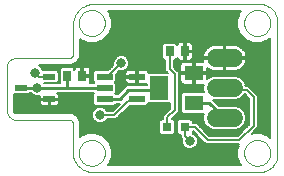
<source format=gtl>
G75*
%MOIN*%
%OFA0B0*%
%FSLAX24Y24*%
%IPPOS*%
%LPD*%
%AMOC8*
5,1,8,0,0,1.08239X$1,22.5*
%
%ADD10C,0.0000*%
%ADD11R,0.0520X0.0220*%
%ADD12R,0.0630X0.0512*%
%ADD13R,0.0630X0.0787*%
%ADD14R,0.0276X0.0354*%
%ADD15R,0.0315X0.0315*%
%ADD16C,0.0600*%
%ADD17R,0.0394X0.0197*%
%ADD18C,0.0060*%
%ADD19C,0.0100*%
%ADD20C,0.0317*%
%ADD21C,0.0060*%
D10*
X004197Y001722D02*
X009867Y001722D01*
X009866Y001721D02*
X009911Y001727D01*
X009955Y001737D01*
X009998Y001751D01*
X010040Y001767D01*
X010080Y001787D01*
X010119Y001810D01*
X010156Y001836D01*
X010190Y001865D01*
X010223Y001896D01*
X010252Y001930D01*
X010280Y001966D01*
X010304Y002004D01*
X010325Y002044D01*
X010343Y002085D01*
X010357Y002128D01*
X010368Y002172D01*
X010376Y002216D01*
X010380Y002261D01*
X010381Y002306D01*
X010378Y002351D01*
X010378Y002352D02*
X010378Y006682D01*
X010379Y006683D02*
X010380Y006729D01*
X010378Y006776D01*
X010372Y006822D01*
X010362Y006867D01*
X010349Y006912D01*
X010332Y006955D01*
X010312Y006997D01*
X010289Y007037D01*
X010263Y007076D01*
X010234Y007112D01*
X010202Y007146D01*
X010167Y007177D01*
X010130Y007205D01*
X010091Y007230D01*
X010050Y007253D01*
X010008Y007272D01*
X009964Y007287D01*
X009919Y007299D01*
X009874Y007308D01*
X009827Y007313D01*
X009827Y007312D02*
X004276Y007312D01*
X003764Y006682D02*
X003766Y006723D01*
X003772Y006764D01*
X003782Y006804D01*
X003795Y006843D01*
X003812Y006880D01*
X003833Y006916D01*
X003857Y006950D01*
X003884Y006981D01*
X003913Y007009D01*
X003946Y007035D01*
X003980Y007057D01*
X004017Y007076D01*
X004055Y007091D01*
X004095Y007103D01*
X004135Y007111D01*
X004176Y007115D01*
X004218Y007115D01*
X004259Y007111D01*
X004299Y007103D01*
X004339Y007091D01*
X004377Y007076D01*
X004413Y007057D01*
X004448Y007035D01*
X004481Y007009D01*
X004510Y006981D01*
X004537Y006950D01*
X004561Y006916D01*
X004582Y006880D01*
X004599Y006843D01*
X004612Y006804D01*
X004622Y006764D01*
X004628Y006723D01*
X004630Y006682D01*
X004628Y006641D01*
X004622Y006600D01*
X004612Y006560D01*
X004599Y006521D01*
X004582Y006484D01*
X004561Y006448D01*
X004537Y006414D01*
X004510Y006383D01*
X004481Y006355D01*
X004448Y006329D01*
X004414Y006307D01*
X004377Y006288D01*
X004339Y006273D01*
X004299Y006261D01*
X004259Y006253D01*
X004218Y006249D01*
X004176Y006249D01*
X004135Y006253D01*
X004095Y006261D01*
X004055Y006273D01*
X004017Y006288D01*
X003981Y006307D01*
X003946Y006329D01*
X003913Y006355D01*
X003884Y006383D01*
X003857Y006414D01*
X003833Y006448D01*
X003812Y006484D01*
X003795Y006521D01*
X003782Y006560D01*
X003772Y006600D01*
X003766Y006641D01*
X003764Y006682D01*
X003567Y006643D02*
X003567Y005659D01*
X003565Y005637D01*
X003561Y005615D01*
X003553Y005594D01*
X003542Y005574D01*
X003529Y005556D01*
X003513Y005540D01*
X003495Y005527D01*
X003475Y005516D01*
X003454Y005508D01*
X003432Y005504D01*
X003410Y005502D01*
X003410Y005501D02*
X001638Y005501D01*
X001638Y005502D02*
X001607Y005500D01*
X001577Y005495D01*
X001547Y005487D01*
X001518Y005475D01*
X001491Y005460D01*
X001466Y005442D01*
X001443Y005421D01*
X001422Y005398D01*
X001404Y005373D01*
X001389Y005346D01*
X001377Y005317D01*
X001369Y005287D01*
X001364Y005257D01*
X001362Y005226D01*
X001363Y005226D02*
X001363Y003769D01*
X001365Y003736D01*
X001370Y003704D01*
X001378Y003672D01*
X001390Y003641D01*
X001405Y003612D01*
X001423Y003584D01*
X001444Y003558D01*
X001467Y003535D01*
X001493Y003514D01*
X001521Y003496D01*
X001550Y003481D01*
X001581Y003469D01*
X001613Y003461D01*
X001645Y003456D01*
X001678Y003454D01*
X003449Y003454D01*
X003469Y003452D01*
X003489Y003447D01*
X003508Y003438D01*
X003525Y003426D01*
X003539Y003412D01*
X003551Y003395D01*
X003560Y003376D01*
X003565Y003356D01*
X003567Y003336D01*
X003567Y002352D01*
X003569Y002303D01*
X003575Y002253D01*
X003584Y002205D01*
X003598Y002157D01*
X003615Y002111D01*
X003636Y002066D01*
X003660Y002023D01*
X003687Y001982D01*
X003718Y001943D01*
X003752Y001907D01*
X003788Y001873D01*
X003827Y001842D01*
X003868Y001815D01*
X003911Y001791D01*
X003956Y001770D01*
X004002Y001753D01*
X004050Y001739D01*
X004098Y001730D01*
X004148Y001724D01*
X004197Y001722D01*
X003764Y002352D02*
X003766Y002393D01*
X003772Y002434D01*
X003782Y002474D01*
X003795Y002513D01*
X003812Y002550D01*
X003833Y002586D01*
X003857Y002620D01*
X003884Y002651D01*
X003913Y002679D01*
X003946Y002705D01*
X003980Y002727D01*
X004017Y002746D01*
X004055Y002761D01*
X004095Y002773D01*
X004135Y002781D01*
X004176Y002785D01*
X004218Y002785D01*
X004259Y002781D01*
X004299Y002773D01*
X004339Y002761D01*
X004377Y002746D01*
X004413Y002727D01*
X004448Y002705D01*
X004481Y002679D01*
X004510Y002651D01*
X004537Y002620D01*
X004561Y002586D01*
X004582Y002550D01*
X004599Y002513D01*
X004612Y002474D01*
X004622Y002434D01*
X004628Y002393D01*
X004630Y002352D01*
X004628Y002311D01*
X004622Y002270D01*
X004612Y002230D01*
X004599Y002191D01*
X004582Y002154D01*
X004561Y002118D01*
X004537Y002084D01*
X004510Y002053D01*
X004481Y002025D01*
X004448Y001999D01*
X004414Y001977D01*
X004377Y001958D01*
X004339Y001943D01*
X004299Y001931D01*
X004259Y001923D01*
X004218Y001919D01*
X004176Y001919D01*
X004135Y001923D01*
X004095Y001931D01*
X004055Y001943D01*
X004017Y001958D01*
X003981Y001977D01*
X003946Y001999D01*
X003913Y002025D01*
X003884Y002053D01*
X003857Y002084D01*
X003833Y002118D01*
X003812Y002154D01*
X003795Y002191D01*
X003782Y002230D01*
X003772Y002270D01*
X003766Y002311D01*
X003764Y002352D01*
X009276Y002352D02*
X009278Y002393D01*
X009284Y002434D01*
X009294Y002474D01*
X009307Y002513D01*
X009324Y002550D01*
X009345Y002586D01*
X009369Y002620D01*
X009396Y002651D01*
X009425Y002679D01*
X009458Y002705D01*
X009492Y002727D01*
X009529Y002746D01*
X009567Y002761D01*
X009607Y002773D01*
X009647Y002781D01*
X009688Y002785D01*
X009730Y002785D01*
X009771Y002781D01*
X009811Y002773D01*
X009851Y002761D01*
X009889Y002746D01*
X009925Y002727D01*
X009960Y002705D01*
X009993Y002679D01*
X010022Y002651D01*
X010049Y002620D01*
X010073Y002586D01*
X010094Y002550D01*
X010111Y002513D01*
X010124Y002474D01*
X010134Y002434D01*
X010140Y002393D01*
X010142Y002352D01*
X010140Y002311D01*
X010134Y002270D01*
X010124Y002230D01*
X010111Y002191D01*
X010094Y002154D01*
X010073Y002118D01*
X010049Y002084D01*
X010022Y002053D01*
X009993Y002025D01*
X009960Y001999D01*
X009926Y001977D01*
X009889Y001958D01*
X009851Y001943D01*
X009811Y001931D01*
X009771Y001923D01*
X009730Y001919D01*
X009688Y001919D01*
X009647Y001923D01*
X009607Y001931D01*
X009567Y001943D01*
X009529Y001958D01*
X009493Y001977D01*
X009458Y001999D01*
X009425Y002025D01*
X009396Y002053D01*
X009369Y002084D01*
X009345Y002118D01*
X009324Y002154D01*
X009307Y002191D01*
X009294Y002230D01*
X009284Y002270D01*
X009278Y002311D01*
X009276Y002352D01*
X004276Y007312D02*
X004224Y007311D01*
X004173Y007307D01*
X004122Y007299D01*
X004072Y007287D01*
X004023Y007271D01*
X003975Y007252D01*
X003929Y007229D01*
X003884Y007203D01*
X003842Y007174D01*
X003802Y007141D01*
X003765Y007106D01*
X003730Y007068D01*
X003698Y007027D01*
X003669Y006984D01*
X003644Y006940D01*
X003622Y006893D01*
X003604Y006845D01*
X003589Y006795D01*
X003578Y006745D01*
X003571Y006694D01*
X003567Y006643D01*
X009276Y006682D02*
X009278Y006723D01*
X009284Y006764D01*
X009294Y006804D01*
X009307Y006843D01*
X009324Y006880D01*
X009345Y006916D01*
X009369Y006950D01*
X009396Y006981D01*
X009425Y007009D01*
X009458Y007035D01*
X009492Y007057D01*
X009529Y007076D01*
X009567Y007091D01*
X009607Y007103D01*
X009647Y007111D01*
X009688Y007115D01*
X009730Y007115D01*
X009771Y007111D01*
X009811Y007103D01*
X009851Y007091D01*
X009889Y007076D01*
X009925Y007057D01*
X009960Y007035D01*
X009993Y007009D01*
X010022Y006981D01*
X010049Y006950D01*
X010073Y006916D01*
X010094Y006880D01*
X010111Y006843D01*
X010124Y006804D01*
X010134Y006764D01*
X010140Y006723D01*
X010142Y006682D01*
X010140Y006641D01*
X010134Y006600D01*
X010124Y006560D01*
X010111Y006521D01*
X010094Y006484D01*
X010073Y006448D01*
X010049Y006414D01*
X010022Y006383D01*
X009993Y006355D01*
X009960Y006329D01*
X009926Y006307D01*
X009889Y006288D01*
X009851Y006273D01*
X009811Y006261D01*
X009771Y006253D01*
X009730Y006249D01*
X009688Y006249D01*
X009647Y006253D01*
X009607Y006261D01*
X009567Y006273D01*
X009529Y006288D01*
X009493Y006307D01*
X009458Y006329D01*
X009425Y006355D01*
X009396Y006383D01*
X009369Y006414D01*
X009345Y006448D01*
X009324Y006484D01*
X009307Y006521D01*
X009294Y006560D01*
X009284Y006600D01*
X009278Y006641D01*
X009276Y006682D01*
D11*
X005702Y004887D03*
X004622Y004887D03*
X004622Y004517D03*
X004622Y004147D03*
X005702Y004147D03*
D12*
X007591Y004025D03*
X007591Y005009D03*
D13*
X006449Y004517D03*
D14*
X006788Y005733D03*
X007300Y005733D03*
X003882Y004918D03*
X003370Y004918D03*
D15*
X006709Y003206D03*
X007300Y003206D03*
D16*
X008322Y003517D02*
X008922Y003517D01*
X008922Y004517D02*
X008322Y004517D01*
X008322Y005517D02*
X008922Y005517D01*
D17*
X002780Y004891D03*
X001835Y004517D03*
X002780Y004143D03*
D18*
X002799Y004162D02*
X003107Y004162D01*
X003107Y004258D01*
X003098Y004291D01*
X003081Y004321D01*
X003057Y004345D01*
X003037Y004357D01*
X003411Y004357D01*
X003437Y004344D01*
X003475Y004357D01*
X004256Y004357D01*
X004281Y004332D01*
X004252Y004302D01*
X004252Y003991D01*
X004316Y003927D01*
X004927Y003927D01*
X004987Y003987D01*
X005123Y003987D01*
X004887Y003751D01*
X004706Y003751D01*
X004701Y003764D01*
X004625Y003839D01*
X004526Y003880D01*
X004419Y003880D01*
X004321Y003839D01*
X004245Y003764D01*
X004204Y003665D01*
X004204Y003558D01*
X004245Y003459D01*
X004321Y003384D01*
X004419Y003343D01*
X004526Y003343D01*
X004625Y003384D01*
X004701Y003459D01*
X004706Y003471D01*
X005003Y003471D01*
X005085Y003553D01*
X005459Y003927D01*
X005731Y003927D01*
X005736Y003925D01*
X005740Y003927D01*
X006007Y003927D01*
X006072Y003991D01*
X006072Y004030D01*
X006089Y004013D01*
X006810Y004013D01*
X006813Y004017D01*
X006813Y003827D01*
X006659Y003673D01*
X006577Y003591D01*
X006577Y003473D01*
X006506Y003473D01*
X006442Y003409D01*
X006442Y003003D01*
X006506Y002938D01*
X006912Y002938D01*
X006977Y003003D01*
X006977Y003409D01*
X006912Y003473D01*
X006857Y003473D01*
X006857Y003475D01*
X007093Y003711D01*
X007093Y005047D01*
X007011Y005129D01*
X006928Y005213D01*
X006928Y005446D01*
X006971Y005446D01*
X007036Y005511D01*
X007036Y005525D01*
X007041Y005506D01*
X007058Y005476D01*
X007082Y005452D01*
X007112Y005435D01*
X007145Y005426D01*
X007270Y005426D01*
X007270Y005703D01*
X007330Y005703D01*
X007330Y005763D01*
X007567Y005763D01*
X007567Y005928D01*
X007559Y005961D01*
X007541Y005990D01*
X007517Y006015D01*
X007488Y006032D01*
X007455Y006041D01*
X007330Y006041D01*
X007330Y005763D01*
X007270Y005763D01*
X007270Y006041D01*
X007145Y006041D01*
X007112Y006032D01*
X007082Y006015D01*
X007058Y005990D01*
X007041Y005961D01*
X007036Y005942D01*
X007036Y005956D01*
X006971Y006021D01*
X006604Y006021D01*
X006540Y005956D01*
X006540Y005511D01*
X006604Y005446D01*
X006648Y005446D01*
X006648Y005097D01*
X006724Y005021D01*
X006090Y005021D01*
X006083Y005047D01*
X006066Y005077D01*
X006042Y005101D01*
X006012Y005118D01*
X005979Y005127D01*
X005727Y005127D01*
X005727Y004912D01*
X005677Y004912D01*
X005677Y005127D01*
X005425Y005127D01*
X005392Y005118D01*
X005362Y005101D01*
X005338Y005077D01*
X005321Y005047D01*
X005312Y005014D01*
X005312Y004912D01*
X005677Y004912D01*
X005677Y004862D01*
X005727Y004862D01*
X005727Y004647D01*
X005979Y004647D01*
X006012Y004656D01*
X006024Y004663D01*
X006024Y004598D01*
X005351Y004598D01*
X005258Y004504D01*
X005060Y004307D01*
X004987Y004307D01*
X004962Y004332D01*
X004992Y004361D01*
X004992Y004672D01*
X004962Y004702D01*
X004992Y004731D01*
X004992Y004956D01*
X005116Y005080D01*
X005128Y005075D01*
X005235Y005075D01*
X005334Y005116D01*
X005409Y005191D01*
X005450Y005290D01*
X005450Y005397D01*
X005409Y005496D01*
X005334Y005572D01*
X005235Y005612D01*
X005128Y005612D01*
X005029Y005572D01*
X004954Y005496D01*
X004913Y005397D01*
X004913Y005290D01*
X004918Y005278D01*
X004747Y005107D01*
X004316Y005107D01*
X004252Y005042D01*
X004252Y004731D01*
X004281Y004702D01*
X004256Y004677D01*
X004133Y004677D01*
X004141Y004691D01*
X004150Y004724D01*
X004150Y004888D01*
X003912Y004888D01*
X003912Y004948D01*
X004150Y004948D01*
X004150Y005113D01*
X004141Y005146D01*
X004124Y005175D01*
X004100Y005200D01*
X004070Y005217D01*
X004037Y005226D01*
X003912Y005226D01*
X003912Y004948D01*
X003852Y004948D01*
X003852Y005226D01*
X003727Y005226D01*
X003694Y005217D01*
X003665Y005200D01*
X003640Y005175D01*
X003623Y005146D01*
X003618Y005127D01*
X003618Y005141D01*
X003554Y005206D01*
X003187Y005206D01*
X003123Y005141D01*
X003123Y004696D01*
X003141Y004677D01*
X002606Y004677D01*
X002601Y004682D01*
X003022Y004682D01*
X003087Y004747D01*
X003087Y005035D01*
X003022Y005099D01*
X002569Y005099D01*
X002535Y005181D01*
X002460Y005257D01*
X002425Y005271D01*
X003514Y005271D01*
X003694Y005375D01*
X003797Y005555D01*
X003797Y006144D01*
X003822Y006120D01*
X004065Y006019D01*
X004329Y006019D01*
X004573Y006120D01*
X004759Y006307D01*
X004860Y006550D01*
X004860Y006814D01*
X004759Y007058D01*
X004735Y007082D01*
X009171Y007082D01*
X009147Y007058D01*
X009046Y006814D01*
X009046Y006550D01*
X009147Y006307D01*
X009333Y006120D01*
X009577Y006019D01*
X009841Y006019D01*
X010085Y006120D01*
X010148Y006184D01*
X010148Y002850D01*
X010085Y002914D01*
X009841Y003015D01*
X009577Y003015D01*
X009525Y002993D01*
X009649Y003117D01*
X009731Y003199D01*
X009731Y004260D01*
X009495Y004496D01*
X009413Y004578D01*
X009332Y004578D01*
X009332Y004598D01*
X009270Y004749D01*
X009155Y004864D01*
X009004Y004927D01*
X008241Y004927D01*
X008090Y004864D01*
X008036Y004810D01*
X008036Y004979D01*
X007621Y004979D01*
X007621Y005039D01*
X008036Y005039D01*
X008036Y005195D01*
X008042Y005189D01*
X008097Y005149D01*
X008157Y005118D01*
X008222Y005097D01*
X008289Y005087D01*
X008592Y005087D01*
X008592Y005487D01*
X007892Y005487D01*
X007892Y005483D01*
X007903Y005416D01*
X007910Y005395D01*
X007621Y005395D01*
X007621Y005039D01*
X007561Y005039D01*
X007561Y005395D01*
X007259Y005395D01*
X007226Y005386D01*
X007196Y005369D01*
X007172Y005345D01*
X007155Y005315D01*
X007146Y005282D01*
X007146Y005039D01*
X007561Y005039D01*
X007561Y004979D01*
X007621Y004979D01*
X007621Y004623D01*
X007923Y004623D01*
X007912Y004598D01*
X007912Y004435D01*
X007931Y004391D01*
X007230Y004391D01*
X007166Y004326D01*
X007166Y003723D01*
X007230Y003659D01*
X007937Y003659D01*
X007912Y003598D01*
X007912Y003435D01*
X007975Y003285D01*
X008090Y003169D01*
X008241Y003107D01*
X009004Y003107D01*
X009155Y003169D01*
X009270Y003285D01*
X009332Y003435D01*
X009332Y003598D01*
X009270Y003749D01*
X009155Y003864D01*
X009004Y003927D01*
X008434Y003927D01*
X008251Y004107D01*
X009004Y004107D01*
X009155Y004169D01*
X009270Y004285D01*
X009276Y004298D01*
X009297Y004298D01*
X009451Y004144D01*
X009451Y003315D01*
X009061Y002925D01*
X008114Y002925D01*
X007692Y003346D01*
X007567Y003346D01*
X007567Y003409D01*
X007503Y003473D01*
X007097Y003473D01*
X007032Y003409D01*
X007032Y003003D01*
X007097Y002938D01*
X007167Y002938D01*
X007167Y002898D01*
X007167Y002841D01*
X007168Y002840D01*
X007168Y002839D01*
X007200Y002808D01*
X007196Y002799D01*
X007196Y002692D01*
X007237Y002593D01*
X007313Y002517D01*
X007411Y002476D01*
X007518Y002476D01*
X007617Y002517D01*
X007693Y002593D01*
X007734Y002692D01*
X007734Y002799D01*
X007693Y002897D01*
X007617Y002973D01*
X007561Y002996D01*
X007567Y003003D01*
X007567Y003066D01*
X007576Y003066D01*
X007915Y002727D01*
X007998Y002645D01*
X009113Y002645D01*
X009046Y002483D01*
X009046Y002220D01*
X009147Y001976D01*
X009171Y001952D01*
X004735Y001952D01*
X004759Y001976D01*
X004860Y002220D01*
X004860Y002483D01*
X004759Y002727D01*
X004573Y002914D01*
X004329Y003015D01*
X004065Y003015D01*
X003822Y002914D01*
X003797Y002889D01*
X003797Y003431D01*
X003795Y003434D01*
X003704Y003591D01*
X003547Y003681D01*
X003544Y003684D01*
X001678Y003684D01*
X001661Y003686D01*
X001630Y003698D01*
X001607Y003722D01*
X001594Y003752D01*
X001593Y003769D01*
X001593Y004308D01*
X002077Y004308D01*
X002126Y004357D01*
X002166Y004357D01*
X002234Y004289D01*
X002333Y004248D01*
X002440Y004248D01*
X002453Y004254D01*
X002453Y004162D01*
X002761Y004162D01*
X002761Y004124D01*
X002799Y004124D01*
X002799Y004162D01*
X002799Y004124D02*
X003107Y004124D01*
X003107Y004027D01*
X003098Y003994D01*
X003081Y003965D01*
X003057Y003940D01*
X003027Y003923D01*
X002994Y003914D01*
X002799Y003914D01*
X002799Y004124D01*
X002799Y004104D02*
X002761Y004104D01*
X002761Y004124D02*
X002761Y003914D01*
X002566Y003914D01*
X002533Y003923D01*
X002503Y003940D01*
X002479Y003965D01*
X002462Y003994D01*
X002453Y004027D01*
X002453Y004124D01*
X002761Y004124D01*
X002761Y004045D02*
X002799Y004045D01*
X002799Y003987D02*
X002761Y003987D01*
X002761Y003928D02*
X002799Y003928D01*
X003035Y003928D02*
X004315Y003928D01*
X004257Y003987D02*
X003093Y003987D01*
X003107Y004045D02*
X004252Y004045D01*
X004252Y004104D02*
X003107Y004104D01*
X003107Y004162D02*
X004252Y004162D01*
X004252Y004221D02*
X003107Y004221D01*
X003101Y004279D02*
X004252Y004279D01*
X004275Y004338D02*
X003064Y004338D01*
X002453Y004221D02*
X001593Y004221D01*
X001593Y004279D02*
X002258Y004279D01*
X002185Y004338D02*
X002107Y004338D01*
X002453Y004162D02*
X001593Y004162D01*
X001593Y004104D02*
X002453Y004104D01*
X002453Y004045D02*
X001593Y004045D01*
X001593Y003987D02*
X002466Y003987D01*
X002525Y003928D02*
X001593Y003928D01*
X001593Y003869D02*
X004394Y003869D01*
X004292Y003811D02*
X001593Y003811D01*
X001594Y003752D02*
X004240Y003752D01*
X004216Y003694D02*
X001641Y003694D01*
X001593Y004308D02*
X001593Y004308D01*
X003029Y004689D02*
X003129Y004689D01*
X003123Y004748D02*
X003087Y004748D01*
X003087Y004806D02*
X003123Y004806D01*
X003123Y004865D02*
X003087Y004865D01*
X003087Y004923D02*
X003123Y004923D01*
X003123Y004982D02*
X003087Y004982D01*
X003081Y005040D02*
X003123Y005040D01*
X003123Y005099D02*
X003023Y005099D01*
X003139Y005157D02*
X002545Y005157D01*
X002500Y005216D02*
X003693Y005216D01*
X003630Y005157D02*
X003602Y005157D01*
X003519Y005274D02*
X004914Y005274D01*
X004913Y005333D02*
X003621Y005333D01*
X003694Y005375D02*
X003694Y005375D01*
X003694Y005375D01*
X003703Y005391D02*
X004913Y005391D01*
X004935Y005450D02*
X003737Y005450D01*
X003771Y005509D02*
X004966Y005509D01*
X005025Y005567D02*
X003797Y005567D01*
X003797Y005626D02*
X006540Y005626D01*
X006540Y005684D02*
X003797Y005684D01*
X003797Y005743D02*
X006540Y005743D01*
X006540Y005801D02*
X003797Y005801D01*
X003797Y005860D02*
X006540Y005860D01*
X006540Y005918D02*
X003797Y005918D01*
X003797Y005977D02*
X006561Y005977D01*
X007015Y005977D02*
X007050Y005977D01*
X007125Y006035D02*
X004368Y006035D01*
X004510Y006094D02*
X009397Y006094D01*
X009301Y006152D02*
X004605Y006152D01*
X004664Y006211D02*
X009243Y006211D01*
X009184Y006270D02*
X004722Y006270D01*
X004768Y006328D02*
X009138Y006328D01*
X009114Y006387D02*
X004793Y006387D01*
X004817Y006445D02*
X009090Y006445D01*
X009065Y006504D02*
X004841Y006504D01*
X004860Y006562D02*
X009046Y006562D01*
X009046Y006621D02*
X004860Y006621D01*
X004860Y006679D02*
X009046Y006679D01*
X009046Y006738D02*
X004860Y006738D01*
X004860Y006796D02*
X009046Y006796D01*
X009063Y006855D02*
X004843Y006855D01*
X004819Y006914D02*
X009087Y006914D01*
X009111Y006972D02*
X004795Y006972D01*
X004771Y007031D02*
X009136Y007031D01*
X010117Y006152D02*
X010148Y006152D01*
X010148Y006094D02*
X010022Y006094D01*
X010148Y006035D02*
X009880Y006035D01*
X010148Y005977D02*
X007549Y005977D01*
X007567Y005918D02*
X008166Y005918D01*
X008157Y005915D02*
X008097Y005885D01*
X008042Y005845D01*
X007994Y005797D01*
X007955Y005742D01*
X007924Y005682D01*
X007903Y005618D01*
X007892Y005551D01*
X007892Y005547D01*
X008592Y005547D01*
X008592Y005487D01*
X008652Y005487D01*
X008652Y005087D01*
X008956Y005087D01*
X009023Y005097D01*
X009088Y005118D01*
X009148Y005149D01*
X009203Y005189D01*
X009250Y005237D01*
X009290Y005292D01*
X009321Y005352D01*
X009342Y005416D01*
X009352Y005483D01*
X009352Y005487D01*
X008652Y005487D01*
X008652Y005547D01*
X008592Y005547D01*
X008592Y005947D01*
X008289Y005947D01*
X008222Y005936D01*
X008157Y005915D01*
X008063Y005860D02*
X007567Y005860D01*
X007567Y005801D02*
X007999Y005801D01*
X007955Y005743D02*
X007330Y005743D01*
X007330Y005703D02*
X007567Y005703D01*
X007567Y005539D01*
X007559Y005506D01*
X007541Y005476D01*
X007517Y005452D01*
X007488Y005435D01*
X007455Y005426D01*
X007330Y005426D01*
X007330Y005703D01*
X007330Y005684D02*
X007270Y005684D01*
X007270Y005626D02*
X007330Y005626D01*
X007330Y005567D02*
X007270Y005567D01*
X007270Y005509D02*
X007330Y005509D01*
X007330Y005450D02*
X007270Y005450D01*
X007246Y005391D02*
X006928Y005391D01*
X006928Y005333D02*
X007165Y005333D01*
X007146Y005274D02*
X006928Y005274D01*
X006928Y005216D02*
X007146Y005216D01*
X007146Y005157D02*
X006983Y005157D01*
X007042Y005099D02*
X007146Y005099D01*
X007146Y005040D02*
X007093Y005040D01*
X007093Y004982D02*
X007561Y004982D01*
X007561Y004979D02*
X007146Y004979D01*
X007146Y004736D01*
X007155Y004703D01*
X007172Y004673D01*
X007196Y004649D01*
X007226Y004632D01*
X007259Y004623D01*
X007561Y004623D01*
X007561Y004979D01*
X007561Y004923D02*
X007621Y004923D01*
X007621Y004865D02*
X007561Y004865D01*
X007561Y004806D02*
X007621Y004806D01*
X007621Y004748D02*
X007561Y004748D01*
X007561Y004689D02*
X007621Y004689D01*
X007621Y004630D02*
X007561Y004630D01*
X007231Y004630D02*
X007093Y004630D01*
X007093Y004572D02*
X007912Y004572D01*
X007912Y004513D02*
X007093Y004513D01*
X007093Y004455D02*
X007912Y004455D01*
X007929Y004396D02*
X007093Y004396D01*
X007093Y004338D02*
X007177Y004338D01*
X007166Y004279D02*
X007093Y004279D01*
X007093Y004221D02*
X007166Y004221D01*
X007166Y004162D02*
X007093Y004162D01*
X007093Y004104D02*
X007166Y004104D01*
X007166Y004045D02*
X007093Y004045D01*
X007093Y003987D02*
X007166Y003987D01*
X007166Y003928D02*
X007093Y003928D01*
X007093Y003869D02*
X007166Y003869D01*
X007166Y003811D02*
X007093Y003811D01*
X007093Y003752D02*
X007166Y003752D01*
X007195Y003694D02*
X007076Y003694D01*
X007018Y003635D02*
X007928Y003635D01*
X007912Y003577D02*
X006959Y003577D01*
X006901Y003518D02*
X007912Y003518D01*
X007912Y003460D02*
X007516Y003460D01*
X007567Y003401D02*
X007927Y003401D01*
X007951Y003343D02*
X007696Y003343D01*
X007754Y003284D02*
X007975Y003284D01*
X008034Y003226D02*
X007813Y003226D01*
X007871Y003167D02*
X008096Y003167D01*
X008237Y003108D02*
X007930Y003108D01*
X007988Y003050D02*
X009186Y003050D01*
X009244Y003108D02*
X009008Y003108D01*
X009149Y003167D02*
X009303Y003167D01*
X009361Y003226D02*
X009211Y003226D01*
X009269Y003284D02*
X009420Y003284D01*
X009451Y003343D02*
X009294Y003343D01*
X009318Y003401D02*
X009451Y003401D01*
X009451Y003460D02*
X009332Y003460D01*
X009332Y003518D02*
X009451Y003518D01*
X009451Y003577D02*
X009332Y003577D01*
X009317Y003635D02*
X009451Y003635D01*
X009451Y003694D02*
X009293Y003694D01*
X009267Y003752D02*
X009451Y003752D01*
X009451Y003811D02*
X009208Y003811D01*
X009143Y003869D02*
X009451Y003869D01*
X009451Y003928D02*
X008433Y003928D01*
X008374Y003987D02*
X009451Y003987D01*
X009451Y004045D02*
X008314Y004045D01*
X008255Y004104D02*
X009451Y004104D01*
X009433Y004162D02*
X009137Y004162D01*
X009206Y004221D02*
X009374Y004221D01*
X009316Y004279D02*
X009265Y004279D01*
X009536Y004455D02*
X010148Y004455D01*
X010148Y004513D02*
X009478Y004513D01*
X009419Y004572D02*
X010148Y004572D01*
X010148Y004630D02*
X009319Y004630D01*
X009295Y004689D02*
X010148Y004689D01*
X010148Y004748D02*
X009271Y004748D01*
X009213Y004806D02*
X010148Y004806D01*
X010148Y004865D02*
X009154Y004865D01*
X009013Y004923D02*
X010148Y004923D01*
X010148Y004982D02*
X007621Y004982D01*
X007621Y005040D02*
X007561Y005040D01*
X007561Y005099D02*
X007621Y005099D01*
X007621Y005157D02*
X007561Y005157D01*
X007561Y005216D02*
X007621Y005216D01*
X007621Y005274D02*
X007561Y005274D01*
X007561Y005333D02*
X007621Y005333D01*
X007621Y005391D02*
X007561Y005391D01*
X007513Y005450D02*
X007898Y005450D01*
X007895Y005567D02*
X007567Y005567D01*
X007567Y005626D02*
X007906Y005626D01*
X007925Y005684D02*
X007567Y005684D01*
X007559Y005509D02*
X008592Y005509D01*
X008592Y005567D02*
X008652Y005567D01*
X008652Y005547D02*
X008652Y005947D01*
X008956Y005947D01*
X009023Y005936D01*
X009088Y005915D01*
X009148Y005885D01*
X009203Y005845D01*
X009250Y005797D01*
X009290Y005742D01*
X009321Y005682D01*
X009342Y005618D01*
X009352Y005551D01*
X009352Y005547D01*
X008652Y005547D01*
X008652Y005509D02*
X010148Y005509D01*
X010148Y005567D02*
X009350Y005567D01*
X009339Y005626D02*
X010148Y005626D01*
X010148Y005684D02*
X009320Y005684D01*
X009290Y005743D02*
X010148Y005743D01*
X010148Y005801D02*
X009246Y005801D01*
X009182Y005860D02*
X010148Y005860D01*
X010148Y005918D02*
X009079Y005918D01*
X008652Y005918D02*
X008592Y005918D01*
X008592Y005860D02*
X008652Y005860D01*
X008652Y005801D02*
X008592Y005801D01*
X008592Y005743D02*
X008652Y005743D01*
X008652Y005684D02*
X008592Y005684D01*
X008592Y005626D02*
X008652Y005626D01*
X008652Y005450D02*
X008592Y005450D01*
X008592Y005391D02*
X008652Y005391D01*
X008652Y005333D02*
X008592Y005333D01*
X008592Y005274D02*
X008652Y005274D01*
X008652Y005216D02*
X008592Y005216D01*
X008592Y005157D02*
X008652Y005157D01*
X008652Y005099D02*
X008592Y005099D01*
X008218Y005099D02*
X008036Y005099D01*
X008036Y005157D02*
X008086Y005157D01*
X008036Y005040D02*
X010148Y005040D01*
X010148Y005099D02*
X009027Y005099D01*
X009159Y005157D02*
X010148Y005157D01*
X010148Y005216D02*
X009230Y005216D01*
X009278Y005274D02*
X010148Y005274D01*
X010148Y005333D02*
X009311Y005333D01*
X009334Y005391D02*
X010148Y005391D01*
X010148Y005450D02*
X009347Y005450D01*
X009538Y006035D02*
X007474Y006035D01*
X007330Y006035D02*
X007270Y006035D01*
X007270Y005977D02*
X007330Y005977D01*
X007330Y005918D02*
X007270Y005918D01*
X007270Y005860D02*
X007330Y005860D01*
X007330Y005801D02*
X007270Y005801D01*
X007040Y005509D02*
X007033Y005509D01*
X007086Y005450D02*
X006975Y005450D01*
X006648Y005391D02*
X005450Y005391D01*
X005450Y005333D02*
X006648Y005333D01*
X006648Y005274D02*
X005444Y005274D01*
X005419Y005216D02*
X006648Y005216D01*
X006648Y005157D02*
X005375Y005157D01*
X005360Y005099D02*
X005293Y005099D01*
X005319Y005040D02*
X005076Y005040D01*
X005018Y004982D02*
X005312Y004982D01*
X005312Y004923D02*
X004992Y004923D01*
X004992Y004865D02*
X005677Y004865D01*
X005677Y004862D02*
X005312Y004862D01*
X005312Y004760D01*
X005321Y004727D01*
X005338Y004697D01*
X005362Y004673D01*
X005392Y004656D01*
X005425Y004647D01*
X005677Y004647D01*
X005677Y004862D01*
X005677Y004806D02*
X005727Y004806D01*
X005727Y004748D02*
X005677Y004748D01*
X005677Y004689D02*
X005727Y004689D01*
X006024Y004630D02*
X004992Y004630D01*
X004992Y004572D02*
X005325Y004572D01*
X005267Y004513D02*
X004992Y004513D01*
X004992Y004455D02*
X005208Y004455D01*
X005150Y004396D02*
X004992Y004396D01*
X004968Y004338D02*
X005091Y004338D01*
X005122Y003987D02*
X004987Y003987D01*
X004928Y003928D02*
X005064Y003928D01*
X005005Y003869D02*
X004552Y003869D01*
X004653Y003811D02*
X004947Y003811D01*
X004888Y003752D02*
X004705Y003752D01*
X005050Y003518D02*
X006577Y003518D01*
X006577Y003577D02*
X005109Y003577D01*
X005167Y003635D02*
X006622Y003635D01*
X006680Y003694D02*
X005226Y003694D01*
X005284Y003752D02*
X006739Y003752D01*
X006797Y003811D02*
X005343Y003811D01*
X005401Y003869D02*
X006813Y003869D01*
X006813Y003928D02*
X006008Y003928D01*
X006067Y003987D02*
X006813Y003987D01*
X006926Y003460D02*
X007083Y003460D01*
X007032Y003401D02*
X006977Y003401D01*
X006977Y003343D02*
X007032Y003343D01*
X007032Y003284D02*
X006977Y003284D01*
X006977Y003226D02*
X007032Y003226D01*
X007032Y003167D02*
X006977Y003167D01*
X006977Y003108D02*
X007032Y003108D01*
X007032Y003050D02*
X006977Y003050D01*
X006965Y002991D02*
X007044Y002991D01*
X007167Y002933D02*
X004527Y002933D01*
X004612Y002874D02*
X007167Y002874D01*
X007192Y002816D02*
X004671Y002816D01*
X004729Y002757D02*
X007196Y002757D01*
X007196Y002699D02*
X004771Y002699D01*
X004795Y002640D02*
X007218Y002640D01*
X007249Y002582D02*
X004820Y002582D01*
X004844Y002523D02*
X007307Y002523D01*
X007623Y002523D02*
X009062Y002523D01*
X009046Y002464D02*
X004860Y002464D01*
X004860Y002406D02*
X009046Y002406D01*
X009046Y002347D02*
X004860Y002347D01*
X004860Y002289D02*
X009046Y002289D01*
X009046Y002230D02*
X004860Y002230D01*
X004841Y002172D02*
X009066Y002172D01*
X009090Y002113D02*
X004816Y002113D01*
X004792Y002055D02*
X009114Y002055D01*
X009139Y001996D02*
X004768Y001996D01*
X003868Y002933D02*
X003797Y002933D01*
X003797Y002991D02*
X004009Y002991D01*
X003797Y003050D02*
X006442Y003050D01*
X006442Y003108D02*
X003797Y003108D01*
X003797Y003167D02*
X006442Y003167D01*
X006442Y003226D02*
X003797Y003226D01*
X003797Y003284D02*
X006442Y003284D01*
X006442Y003343D02*
X003797Y003343D01*
X003797Y003401D02*
X004303Y003401D01*
X004245Y003460D02*
X003780Y003460D01*
X003746Y003518D02*
X004221Y003518D01*
X004204Y003577D02*
X003712Y003577D01*
X003704Y003591D02*
X003704Y003591D01*
X003704Y003591D01*
X003627Y003635D02*
X004204Y003635D01*
X004643Y003401D02*
X006442Y003401D01*
X006492Y003460D02*
X004701Y003460D01*
X004385Y002991D02*
X006453Y002991D01*
X007567Y003050D02*
X007592Y003050D01*
X007573Y002991D02*
X007651Y002991D01*
X007657Y002933D02*
X007709Y002933D01*
X007702Y002874D02*
X007768Y002874D01*
X007727Y002816D02*
X007826Y002816D01*
X007885Y002757D02*
X007734Y002757D01*
X007734Y002699D02*
X007943Y002699D01*
X007712Y002640D02*
X009111Y002640D01*
X009087Y002582D02*
X007681Y002582D01*
X008105Y002933D02*
X009069Y002933D01*
X009127Y002991D02*
X008047Y002991D01*
X009582Y003050D02*
X010148Y003050D01*
X010148Y003108D02*
X009640Y003108D01*
X009699Y003167D02*
X010148Y003167D01*
X010148Y003226D02*
X009731Y003226D01*
X009731Y003284D02*
X010148Y003284D01*
X010148Y003343D02*
X009731Y003343D01*
X009731Y003401D02*
X010148Y003401D01*
X010148Y003460D02*
X009731Y003460D01*
X009731Y003518D02*
X010148Y003518D01*
X010148Y003577D02*
X009731Y003577D01*
X009731Y003635D02*
X010148Y003635D01*
X010148Y003694D02*
X009731Y003694D01*
X009731Y003752D02*
X010148Y003752D01*
X010148Y003811D02*
X009731Y003811D01*
X009731Y003869D02*
X010148Y003869D01*
X010148Y003928D02*
X009731Y003928D01*
X009731Y003987D02*
X010148Y003987D01*
X010148Y004045D02*
X009731Y004045D01*
X009731Y004104D02*
X010148Y004104D01*
X010148Y004162D02*
X009731Y004162D01*
X009731Y004221D02*
X010148Y004221D01*
X010148Y004279D02*
X009712Y004279D01*
X009653Y004338D02*
X010148Y004338D01*
X010148Y004396D02*
X009595Y004396D01*
X008232Y004923D02*
X008036Y004923D01*
X008036Y004865D02*
X008090Y004865D01*
X007163Y004689D02*
X007093Y004689D01*
X007093Y004748D02*
X007146Y004748D01*
X007146Y004806D02*
X007093Y004806D01*
X007093Y004865D02*
X007146Y004865D01*
X007146Y004923D02*
X007093Y004923D01*
X006704Y005040D02*
X006085Y005040D01*
X006044Y005099D02*
X006648Y005099D01*
X006601Y005450D02*
X005428Y005450D01*
X005397Y005509D02*
X006542Y005509D01*
X006540Y005567D02*
X005338Y005567D01*
X004856Y005216D02*
X004072Y005216D01*
X004135Y005157D02*
X004797Y005157D01*
X004308Y005099D02*
X004150Y005099D01*
X004150Y005040D02*
X004252Y005040D01*
X004252Y004982D02*
X004150Y004982D01*
X004150Y004865D02*
X004252Y004865D01*
X004252Y004923D02*
X003912Y004923D01*
X003912Y004982D02*
X003852Y004982D01*
X003852Y005040D02*
X003912Y005040D01*
X003912Y005099D02*
X003852Y005099D01*
X003852Y005157D02*
X003912Y005157D01*
X003912Y005216D02*
X003852Y005216D01*
X004150Y004806D02*
X004252Y004806D01*
X004252Y004748D02*
X004150Y004748D01*
X004140Y004689D02*
X004268Y004689D01*
X004975Y004689D02*
X005346Y004689D01*
X005315Y004748D02*
X004992Y004748D01*
X004992Y004806D02*
X005312Y004806D01*
X005677Y004923D02*
X005727Y004923D01*
X005727Y004982D02*
X005677Y004982D01*
X005677Y005040D02*
X005727Y005040D01*
X005727Y005099D02*
X005677Y005099D01*
X004026Y006035D02*
X003797Y006035D01*
X003797Y006094D02*
X003885Y006094D01*
X009897Y002991D02*
X010148Y002991D01*
X010148Y002933D02*
X010038Y002933D01*
X010124Y002874D02*
X010148Y002874D01*
D19*
X008622Y003517D02*
X008107Y004025D01*
X007591Y004025D01*
X006449Y004517D02*
X006410Y004438D01*
X005418Y004438D01*
X005126Y004147D01*
X004622Y004147D01*
X004622Y004517D02*
X003449Y004517D01*
X002386Y004517D01*
X001835Y004517D01*
X003370Y004556D02*
X003449Y004517D01*
X003370Y004556D02*
X003370Y004918D01*
X004622Y004887D02*
X004685Y004848D01*
D20*
X005181Y005344D03*
X002307Y005029D03*
X002386Y004517D03*
X004473Y003611D03*
X007465Y002745D03*
D21*
X007307Y002899D01*
X007307Y003178D01*
X007300Y003206D01*
X007634Y003206D01*
X008056Y002785D01*
X009119Y002785D01*
X009591Y003257D01*
X009591Y004202D01*
X009355Y004438D01*
X008654Y004438D01*
X008622Y004517D01*
X006953Y004989D02*
X006953Y003769D01*
X006717Y003533D01*
X006717Y003214D01*
X006709Y003206D01*
X005733Y004077D02*
X005411Y004077D01*
X004945Y003611D01*
X004473Y003611D01*
X005702Y004147D02*
X005733Y004077D01*
X004685Y004848D02*
X005181Y005344D01*
X006788Y005155D02*
X006953Y004989D01*
X006788Y005155D02*
X006788Y005733D01*
X002780Y004891D02*
X002445Y004891D01*
X002307Y005029D01*
M02*

</source>
